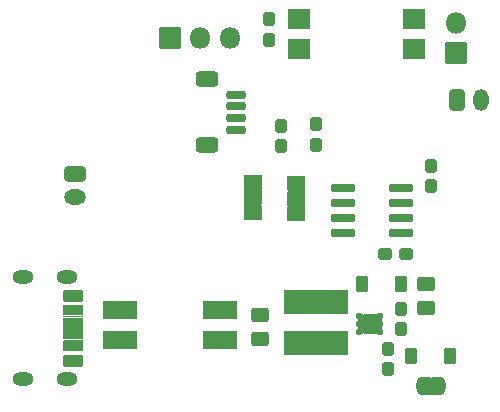
<source format=gbr>
%TF.GenerationSoftware,KiCad,Pcbnew,(6.0.4-0)*%
%TF.CreationDate,2022-07-08T14:11:35-06:00*%
%TF.ProjectId,TPS61165-heater-v6,54505336-3131-4363-952d-686561746572,rev?*%
%TF.SameCoordinates,Original*%
%TF.FileFunction,Soldermask,Top*%
%TF.FilePolarity,Negative*%
%FSLAX46Y46*%
G04 Gerber Fmt 4.6, Leading zero omitted, Abs format (unit mm)*
G04 Created by KiCad (PCBNEW (6.0.4-0)) date 2022-07-08 14:11:35*
%MOMM*%
%LPD*%
G01*
G04 APERTURE LIST*
G04 Aperture macros list*
%AMRoundRect*
0 Rectangle with rounded corners*
0 $1 Rounding radius*
0 $2 $3 $4 $5 $6 $7 $8 $9 X,Y pos of 4 corners*
0 Add a 4 corners polygon primitive as box body*
4,1,4,$2,$3,$4,$5,$6,$7,$8,$9,$2,$3,0*
0 Add four circle primitives for the rounded corners*
1,1,$1+$1,$2,$3*
1,1,$1+$1,$4,$5*
1,1,$1+$1,$6,$7*
1,1,$1+$1,$8,$9*
0 Add four rect primitives between the rounded corners*
20,1,$1+$1,$2,$3,$4,$5,0*
20,1,$1+$1,$4,$5,$6,$7,0*
20,1,$1+$1,$6,$7,$8,$9,0*
20,1,$1+$1,$8,$9,$2,$3,0*%
%AMFreePoly0*
4,1,37,0.012349,0.795885,0.074216,0.795507,0.088518,0.793370,0.224339,0.752751,0.237465,0.746685,0.356427,0.669578,0.367324,0.660073,0.459862,0.552676,0.467652,0.540494,0.526329,0.411442,0.530388,0.397563,0.550485,0.257230,0.551000,0.250000,0.551000,-0.250000,0.550996,-0.250622,0.550847,-0.262838,0.550144,-0.270677,0.526624,-0.410478,0.522228,-0.424254,0.460416,-0.551833,
0.452330,-0.563821,0.357195,-0.668925,0.346069,-0.678161,0.225259,-0.752338,0.211989,-0.758081,0.075216,-0.795370,0.060866,-0.797157,0.011464,-0.796251,0.000000,-0.801000,-0.500000,-0.801000,-0.536062,-0.786062,-0.551000,-0.750000,-0.551000,0.750000,-0.536062,0.786062,-0.500000,0.801000,0.000000,0.801000,0.012349,0.795885,0.012349,0.795885,$1*%
%AMFreePoly1*
4,1,37,0.536062,0.786062,0.551000,0.750000,0.551000,-0.750000,0.536062,-0.786062,0.500000,-0.801000,0.000000,-0.801000,-0.012525,-0.795812,-0.080875,-0.794559,-0.095149,-0.792248,-0.230464,-0.749973,-0.243516,-0.743747,-0.361526,-0.665192,-0.372306,-0.655554,-0.463526,-0.547035,-0.471167,-0.534759,-0.528262,-0.405000,-0.532150,-0.391073,-0.549733,-0.256613,-0.548336,-0.256430,-0.551000,-0.250000,
-0.551000,0.250000,-0.550512,0.251179,-0.550356,0.263956,-0.528545,0.404033,-0.524317,0.417860,-0.464069,0.546185,-0.456130,0.558271,-0.362286,0.664529,-0.351274,0.673901,-0.231379,0.749549,-0.218180,0.755454,-0.081873,0.794411,-0.067546,0.796373,-0.011990,0.796033,0.000000,0.801000,0.500000,0.801000,0.536062,0.786062,0.536062,0.786062,$1*%
G04 Aperture macros list end*
%ADD10RoundRect,0.051000X-0.800000X0.400000X-0.800000X-0.400000X0.800000X-0.400000X0.800000X0.400000X0*%
%ADD11RoundRect,0.051000X-0.800000X0.450000X-0.800000X-0.450000X0.800000X-0.450000X0.800000X0.450000X0*%
%ADD12O,1.802000X1.102000*%
%ADD13RoundRect,0.051000X-1.412500X-0.700000X1.412500X-0.700000X1.412500X0.700000X-1.412500X0.700000X0*%
%ADD14RoundRect,0.288500X-0.237500X0.287500X-0.237500X-0.287500X0.237500X-0.287500X0.237500X0.287500X0*%
%ADD15RoundRect,0.201000X-0.825000X-0.150000X0.825000X-0.150000X0.825000X0.150000X-0.825000X0.150000X0*%
%ADD16FreePoly0,0.000000*%
%ADD17FreePoly1,0.000000*%
%ADD18RoundRect,0.051000X0.450000X0.600000X-0.450000X0.600000X-0.450000X-0.600000X0.450000X-0.600000X0*%
%ADD19RoundRect,0.051000X0.900000X0.800000X-0.900000X0.800000X-0.900000X-0.800000X0.900000X-0.800000X0*%
%ADD20RoundRect,0.051000X2.650000X-1.000000X2.650000X1.000000X-2.650000X1.000000X-2.650000X-1.000000X0*%
%ADD21RoundRect,0.051000X0.750000X-0.500000X0.750000X0.500000X-0.750000X0.500000X-0.750000X-0.500000X0*%
%ADD22RoundRect,0.288500X0.237500X-0.287500X0.237500X0.287500X-0.237500X0.287500X-0.237500X-0.287500X0*%
%ADD23RoundRect,0.301000X0.650000X-0.350000X0.650000X0.350000X-0.650000X0.350000X-0.650000X-0.350000X0*%
%ADD24RoundRect,0.201000X0.625000X-0.150000X0.625000X0.150000X-0.625000X0.150000X-0.625000X-0.150000X0*%
%ADD25RoundRect,0.288500X-0.287500X-0.237500X0.287500X-0.237500X0.287500X0.237500X-0.287500X0.237500X0*%
%ADD26O,1.802000X1.802000*%
%ADD27RoundRect,0.051000X0.850000X-0.850000X0.850000X0.850000X-0.850000X0.850000X-0.850000X-0.850000X0*%
%ADD28RoundRect,0.051000X0.500000X0.800000X-0.500000X0.800000X-0.500000X-0.800000X0.500000X-0.800000X0*%
%ADD29RoundRect,0.144750X0.093750X0.106250X-0.093750X0.106250X-0.093750X-0.106250X0.093750X-0.106250X0*%
%ADD30O,1.302000X1.852000*%
%ADD31RoundRect,0.301000X-0.350000X-0.625000X0.350000X-0.625000X0.350000X0.625000X-0.350000X0.625000X0*%
%ADD32RoundRect,0.051000X0.850000X0.850000X-0.850000X0.850000X-0.850000X-0.850000X0.850000X-0.850000X0*%
%ADD33O,1.852000X1.302000*%
%ADD34RoundRect,0.301000X-0.625000X0.350000X-0.625000X-0.350000X0.625000X-0.350000X0.625000X0.350000X0*%
%ADD35RoundRect,0.301000X0.450000X-0.325000X0.450000X0.325000X-0.450000X0.325000X-0.450000X-0.325000X0*%
%ADD36RoundRect,0.301000X-0.450000X0.325000X-0.450000X-0.325000X0.450000X-0.325000X0.450000X0.325000X0*%
G04 APERTURE END LIST*
D10*
%TO.C,J1*%
X122800000Y-84300000D03*
X122800000Y-83300000D03*
X122800000Y-82280000D03*
X122800000Y-85320000D03*
D11*
X122800000Y-81050000D03*
X122800000Y-86550000D03*
D12*
X118520000Y-88120000D03*
X118520000Y-79480000D03*
X122320000Y-79480000D03*
X122320000Y-88120000D03*
%TD*%
D13*
%TO.C,FL1*%
X135237000Y-82230000D03*
X135237000Y-84770000D03*
X126763000Y-84770000D03*
X126763000Y-82230000D03*
%TD*%
D14*
%TO.C,R3*%
X153100000Y-71775000D03*
X153100000Y-70025000D03*
%TD*%
D15*
%TO.C,U3*%
X150575000Y-71895000D03*
X150575000Y-73165000D03*
X150575000Y-74435000D03*
X150575000Y-75705000D03*
X145625000Y-75705000D03*
X145625000Y-74435000D03*
X145625000Y-73165000D03*
X145625000Y-71895000D03*
%TD*%
D16*
%TO.C,JP3*%
X153750000Y-88700000D03*
D17*
X152450000Y-88700000D03*
%TD*%
D18*
%TO.C,D2*%
X151450000Y-86100000D03*
X154750000Y-86100000D03*
%TD*%
D19*
%TO.C,U2*%
X151676000Y-57630000D03*
X151676000Y-60170000D03*
X141924000Y-60170000D03*
X141924000Y-57630000D03*
%TD*%
D20*
%TO.C,L1*%
X143400000Y-81600000D03*
X143400000Y-85000000D03*
%TD*%
D21*
%TO.C,JP2*%
X141700000Y-74100000D03*
X141700000Y-72800000D03*
X141700000Y-71500000D03*
%TD*%
%TO.C,JP1*%
X138000000Y-74000000D03*
X138000000Y-72700000D03*
X138000000Y-71400000D03*
%TD*%
D22*
%TO.C,R5*%
X143400000Y-66525000D03*
X143400000Y-68275000D03*
%TD*%
%TO.C,R4*%
X140400000Y-66625000D03*
X140400000Y-68375000D03*
%TD*%
D23*
%TO.C,J7*%
X134100000Y-62700000D03*
X134100000Y-68300000D03*
D24*
X136625000Y-64000000D03*
X136625000Y-65000000D03*
X136625000Y-66000000D03*
X136625000Y-67000000D03*
%TD*%
D25*
%TO.C,C4*%
X150975000Y-77500000D03*
X149225000Y-77500000D03*
%TD*%
D22*
%TO.C,R2*%
X139400000Y-57625000D03*
X139400000Y-59375000D03*
%TD*%
D26*
%TO.C,J6*%
X136080000Y-59200000D03*
X133540000Y-59200000D03*
D27*
X131000000Y-59200000D03*
%TD*%
D28*
%TO.C,U1*%
X147930000Y-83430000D03*
D29*
X147042500Y-84080000D03*
X147042500Y-83430000D03*
X147042500Y-82780000D03*
X148817500Y-82780000D03*
X148817500Y-83430000D03*
X148817500Y-84080000D03*
%TD*%
D14*
%TO.C,R1*%
X149500000Y-87275000D03*
X149500000Y-85525000D03*
%TD*%
D30*
%TO.C,J4*%
X157300000Y-64500000D03*
D31*
X155300000Y-64500000D03*
%TD*%
D26*
%TO.C,J3*%
X155200000Y-57960000D03*
D32*
X155200000Y-60500000D03*
%TD*%
D33*
%TO.C,J2*%
X123000000Y-72700000D03*
D34*
X123000000Y-70700000D03*
%TD*%
D18*
%TO.C,D1*%
X147250000Y-80000000D03*
X150550000Y-80000000D03*
%TD*%
D35*
%TO.C,C3*%
X138600000Y-82675000D03*
X138600000Y-84725000D03*
%TD*%
D36*
%TO.C,C2*%
X152700000Y-82100000D03*
X152700000Y-80050000D03*
%TD*%
D22*
%TO.C,C1*%
X150600000Y-82125000D03*
X150600000Y-83875000D03*
%TD*%
G36*
X152999267Y-87933301D02*
G01*
X153050946Y-87976489D01*
X153119661Y-87985120D01*
X153182291Y-87955156D01*
X153200348Y-87934318D01*
X153202238Y-87933664D01*
X153203749Y-87934974D01*
X153203821Y-87936018D01*
X153201000Y-87950199D01*
X153201000Y-89449801D01*
X153203978Y-89464774D01*
X153203335Y-89466668D01*
X153201373Y-89467058D01*
X153200733Y-89466699D01*
X153149054Y-89423511D01*
X153080339Y-89414880D01*
X153017709Y-89444844D01*
X152999652Y-89465682D01*
X152997762Y-89466336D01*
X152996251Y-89465026D01*
X152996179Y-89463982D01*
X152999000Y-89449801D01*
X152999000Y-87950199D01*
X152996022Y-87935226D01*
X152996665Y-87933332D01*
X152998627Y-87932942D01*
X152999267Y-87933301D01*
G37*
G36*
X121970267Y-84737886D02*
G01*
X121981262Y-84745233D01*
X122000199Y-84749000D01*
X123599801Y-84749000D01*
X123618738Y-84745233D01*
X123629733Y-84737886D01*
X123631729Y-84737755D01*
X123632840Y-84739418D01*
X123632507Y-84740660D01*
X123631997Y-84741424D01*
X123611216Y-84807788D01*
X123632006Y-84878590D01*
X123632507Y-84879340D01*
X123632638Y-84881335D01*
X123630975Y-84882447D01*
X123629733Y-84882114D01*
X123618738Y-84874767D01*
X123599801Y-84871000D01*
X122000199Y-84871000D01*
X121981262Y-84874767D01*
X121970267Y-84882114D01*
X121968271Y-84882245D01*
X121967160Y-84880582D01*
X121967493Y-84879340D01*
X121968003Y-84878576D01*
X121988784Y-84812212D01*
X121967994Y-84741410D01*
X121967493Y-84740660D01*
X121967362Y-84738665D01*
X121969025Y-84737553D01*
X121970267Y-84737886D01*
G37*
G36*
X148619905Y-82576484D02*
G01*
X148619572Y-82577726D01*
X148591903Y-82619136D01*
X148581000Y-82673949D01*
X148581000Y-82886051D01*
X148591903Y-82940864D01*
X148622838Y-82987162D01*
X148669136Y-83018097D01*
X148723949Y-83029000D01*
X148911051Y-83029000D01*
X148965864Y-83018097D01*
X148984048Y-83005947D01*
X148986044Y-83005816D01*
X148987155Y-83007479D01*
X148986694Y-83008893D01*
X148947372Y-83055946D01*
X148938741Y-83124661D01*
X148968706Y-83187291D01*
X148977371Y-83194800D01*
X148978025Y-83196690D01*
X148976715Y-83198201D01*
X148974950Y-83197974D01*
X148965864Y-83191903D01*
X148911051Y-83181000D01*
X148723949Y-83181000D01*
X148669136Y-83191903D01*
X148622838Y-83222838D01*
X148591903Y-83269136D01*
X148581000Y-83323949D01*
X148581000Y-83536051D01*
X148591903Y-83590864D01*
X148622838Y-83637162D01*
X148669136Y-83668097D01*
X148723949Y-83679000D01*
X148911051Y-83679000D01*
X148965864Y-83668097D01*
X148984048Y-83655947D01*
X148986044Y-83655816D01*
X148987155Y-83657479D01*
X148986694Y-83658893D01*
X148947372Y-83705946D01*
X148938741Y-83774661D01*
X148968706Y-83837291D01*
X148977371Y-83844800D01*
X148978025Y-83846690D01*
X148976715Y-83848201D01*
X148974950Y-83847974D01*
X148965864Y-83841903D01*
X148911051Y-83831000D01*
X148723949Y-83831000D01*
X148669136Y-83841903D01*
X148622838Y-83872838D01*
X148591903Y-83919136D01*
X148581000Y-83973949D01*
X148581000Y-84186051D01*
X148591903Y-84240864D01*
X148619572Y-84282274D01*
X148619703Y-84284270D01*
X148618040Y-84285381D01*
X148616798Y-84285048D01*
X148603007Y-84275833D01*
X148602764Y-84276196D01*
X148600970Y-84277081D01*
X148599819Y-84276620D01*
X148578265Y-84258609D01*
X148509471Y-84249972D01*
X148467845Y-84266351D01*
X148465867Y-84266055D01*
X148465135Y-84264194D01*
X148465450Y-84263379D01*
X148475233Y-84248738D01*
X148479000Y-84229801D01*
X148479000Y-82630199D01*
X148475233Y-82611262D01*
X148464951Y-82595875D01*
X148464820Y-82593879D01*
X148466483Y-82592768D01*
X148467212Y-82592855D01*
X148527020Y-82611583D01*
X148593884Y-82593240D01*
X148603790Y-82583682D01*
X148604068Y-82583458D01*
X148616798Y-82574952D01*
X148618794Y-82574821D01*
X148619905Y-82576484D01*
G37*
G36*
X147243202Y-82574952D02*
G01*
X147256993Y-82584167D01*
X147257236Y-82583804D01*
X147259030Y-82582919D01*
X147260181Y-82583380D01*
X147281735Y-82601391D01*
X147350529Y-82610028D01*
X147392155Y-82593649D01*
X147394133Y-82593945D01*
X147394865Y-82595806D01*
X147394550Y-82596621D01*
X147384767Y-82611262D01*
X147381000Y-82630199D01*
X147381000Y-84229801D01*
X147384767Y-84248738D01*
X147395049Y-84264125D01*
X147395180Y-84266121D01*
X147393517Y-84267232D01*
X147392788Y-84267145D01*
X147332980Y-84248417D01*
X147266116Y-84266760D01*
X147256210Y-84276318D01*
X147255932Y-84276542D01*
X147243202Y-84285048D01*
X147241206Y-84285179D01*
X147240095Y-84283516D01*
X147240428Y-84282274D01*
X147268097Y-84240864D01*
X147279000Y-84186051D01*
X147279000Y-83973949D01*
X147268097Y-83919136D01*
X147237162Y-83872838D01*
X147190864Y-83841903D01*
X147136051Y-83831000D01*
X146948949Y-83831000D01*
X146894136Y-83841903D01*
X146875952Y-83854053D01*
X146873956Y-83854184D01*
X146872845Y-83852521D01*
X146873306Y-83851107D01*
X146912628Y-83804054D01*
X146921259Y-83735339D01*
X146891294Y-83672709D01*
X146882629Y-83665200D01*
X146881975Y-83663310D01*
X146883285Y-83661799D01*
X146885050Y-83662026D01*
X146894136Y-83668097D01*
X146948949Y-83679000D01*
X147136051Y-83679000D01*
X147190864Y-83668097D01*
X147237162Y-83637162D01*
X147268097Y-83590864D01*
X147279000Y-83536051D01*
X147279000Y-83323949D01*
X147268097Y-83269136D01*
X147237162Y-83222838D01*
X147190864Y-83191903D01*
X147136051Y-83181000D01*
X146948949Y-83181000D01*
X146894136Y-83191903D01*
X146875952Y-83204053D01*
X146873956Y-83204184D01*
X146872845Y-83202521D01*
X146873306Y-83201107D01*
X146912628Y-83154054D01*
X146921259Y-83085339D01*
X146891294Y-83022709D01*
X146882629Y-83015200D01*
X146881975Y-83013310D01*
X146883285Y-83011799D01*
X146885050Y-83012026D01*
X146894136Y-83018097D01*
X146948949Y-83029000D01*
X147136051Y-83029000D01*
X147190864Y-83018097D01*
X147237162Y-82987162D01*
X147268097Y-82940864D01*
X147279000Y-82886051D01*
X147279000Y-82673949D01*
X147268097Y-82619136D01*
X147240428Y-82577726D01*
X147240297Y-82575730D01*
X147241960Y-82574619D01*
X147243202Y-82574952D01*
G37*
G36*
X121966075Y-83735084D02*
G01*
X121981263Y-83745233D01*
X122000199Y-83749000D01*
X123599801Y-83749000D01*
X123618738Y-83745233D01*
X123633773Y-83735186D01*
X123635768Y-83735055D01*
X123636880Y-83736718D01*
X123636793Y-83737447D01*
X123617898Y-83797788D01*
X123636955Y-83862690D01*
X123636483Y-83864633D01*
X123634564Y-83865197D01*
X123633925Y-83864916D01*
X123618737Y-83854767D01*
X123599801Y-83851000D01*
X122000199Y-83851000D01*
X121981262Y-83854767D01*
X121966227Y-83864814D01*
X121964232Y-83864945D01*
X121963120Y-83863282D01*
X121963207Y-83862553D01*
X121982102Y-83802212D01*
X121963045Y-83737310D01*
X121963517Y-83735367D01*
X121965436Y-83734803D01*
X121966075Y-83735084D01*
G37*
G36*
X121970267Y-82717886D02*
G01*
X121981262Y-82725233D01*
X122000199Y-82729000D01*
X123599801Y-82729000D01*
X123618738Y-82725233D01*
X123629733Y-82717886D01*
X123631729Y-82717755D01*
X123632840Y-82719418D01*
X123632507Y-82720660D01*
X123631997Y-82721424D01*
X123611216Y-82787788D01*
X123632006Y-82858590D01*
X123632507Y-82859340D01*
X123632638Y-82861335D01*
X123630975Y-82862447D01*
X123629733Y-82862114D01*
X123618738Y-82854767D01*
X123599801Y-82851000D01*
X122000199Y-82851000D01*
X121981262Y-82854767D01*
X121970267Y-82862114D01*
X121968271Y-82862245D01*
X121967160Y-82860582D01*
X121967493Y-82859340D01*
X121968003Y-82858576D01*
X121988784Y-82792212D01*
X121967994Y-82721410D01*
X121967493Y-82720660D01*
X121967362Y-82718665D01*
X121969025Y-82717553D01*
X121970267Y-82717886D01*
G37*
G36*
X142466668Y-73346665D02*
G01*
X142467058Y-73348627D01*
X142466699Y-73349267D01*
X142423511Y-73400946D01*
X142414880Y-73469661D01*
X142444844Y-73532291D01*
X142465682Y-73550348D01*
X142466336Y-73552238D01*
X142465026Y-73553749D01*
X142463982Y-73553821D01*
X142449801Y-73551000D01*
X140950199Y-73551000D01*
X140935226Y-73553978D01*
X140933332Y-73553335D01*
X140932942Y-73551373D01*
X140933301Y-73550733D01*
X140976489Y-73499054D01*
X140985120Y-73430339D01*
X140955156Y-73367709D01*
X140934318Y-73349652D01*
X140933664Y-73347762D01*
X140934974Y-73346251D01*
X140936018Y-73346179D01*
X140950199Y-73349000D01*
X142449801Y-73349000D01*
X142464774Y-73346022D01*
X142466668Y-73346665D01*
G37*
G36*
X138766668Y-73246665D02*
G01*
X138767058Y-73248627D01*
X138766699Y-73249267D01*
X138723511Y-73300946D01*
X138714880Y-73369661D01*
X138744844Y-73432291D01*
X138765682Y-73450348D01*
X138766336Y-73452238D01*
X138765026Y-73453749D01*
X138763982Y-73453821D01*
X138749801Y-73451000D01*
X137250199Y-73451000D01*
X137235226Y-73453978D01*
X137233332Y-73453335D01*
X137232942Y-73451373D01*
X137233301Y-73450733D01*
X137276489Y-73399054D01*
X137285120Y-73330339D01*
X137255156Y-73267709D01*
X137234318Y-73249652D01*
X137233664Y-73247762D01*
X137234974Y-73246251D01*
X137236018Y-73246179D01*
X137250199Y-73249000D01*
X138749801Y-73249000D01*
X138764774Y-73246022D01*
X138766668Y-73246665D01*
G37*
G36*
X142466668Y-72046665D02*
G01*
X142467058Y-72048627D01*
X142466699Y-72049267D01*
X142423511Y-72100946D01*
X142414880Y-72169661D01*
X142444844Y-72232291D01*
X142465682Y-72250348D01*
X142466336Y-72252238D01*
X142465026Y-72253749D01*
X142463982Y-72253821D01*
X142449801Y-72251000D01*
X140950199Y-72251000D01*
X140935226Y-72253978D01*
X140933332Y-72253335D01*
X140932942Y-72251373D01*
X140933301Y-72250733D01*
X140976489Y-72199054D01*
X140985120Y-72130339D01*
X140955156Y-72067709D01*
X140934318Y-72049652D01*
X140933664Y-72047762D01*
X140934974Y-72046251D01*
X140936018Y-72046179D01*
X140950199Y-72049000D01*
X142449801Y-72049000D01*
X142464774Y-72046022D01*
X142466668Y-72046665D01*
G37*
G36*
X138766668Y-71946665D02*
G01*
X138767058Y-71948627D01*
X138766699Y-71949267D01*
X138723511Y-72000946D01*
X138714880Y-72069661D01*
X138744844Y-72132291D01*
X138765682Y-72150348D01*
X138766336Y-72152238D01*
X138765026Y-72153749D01*
X138763982Y-72153821D01*
X138749801Y-72151000D01*
X137250199Y-72151000D01*
X137235226Y-72153978D01*
X137233332Y-72153335D01*
X137232942Y-72151373D01*
X137233301Y-72150733D01*
X137276489Y-72099054D01*
X137285120Y-72030339D01*
X137255156Y-71967709D01*
X137234318Y-71949652D01*
X137233664Y-71947762D01*
X137234974Y-71946251D01*
X137236018Y-71946179D01*
X137250199Y-71949000D01*
X138749801Y-71949000D01*
X138764774Y-71946022D01*
X138766668Y-71946665D01*
G37*
M02*

</source>
